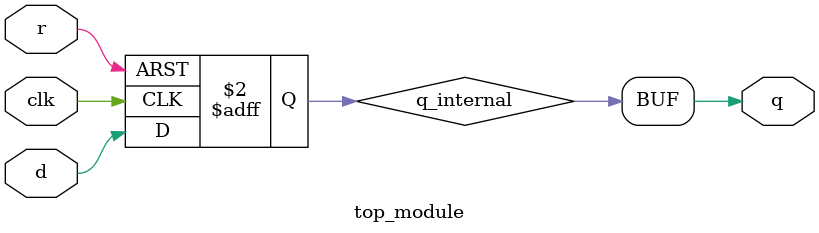
<source format=sv>
module top_module (
    input clk,
    input d,
    input r,
    output logic q
);

// Internal signal for the flip flop
logic q_internal;

always_ff @(posedge clk or posedge r)
begin
    if (r)
        q_internal <= 0;
    else
        q_internal <= d;
end

assign q = q_internal;

endmodule

</source>
